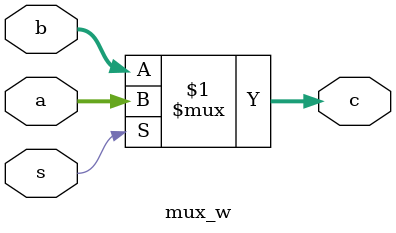
<source format=v>
module mux_w(
	a,
	b,

	s,
	c 
);
	parameter width = 2;

	input [width-1:0] a;
	input [width-1:0] b;

	input s;

	output [width-1:0] c;

	assign c = (s)? a : b;

endmodule

</source>
